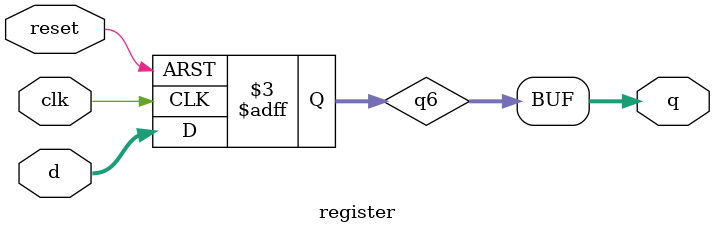
<source format=v>
module register #(

parameter WHIDT = 32
)
(
		input		[WHIDT-1 : 0] d, 
		input 	clk, 
		input		reset, 
		output 	[WHIDT-1 : 0] q
);
		reg 		[WHIDT-1 : 0] q6;
		
   always @(posedge clk or negedge reset) begin
      if (!reset)
         q6 <= 0;
      else 
         q6 <= d;
   end
  assign q = q6;
endmodule

</source>
